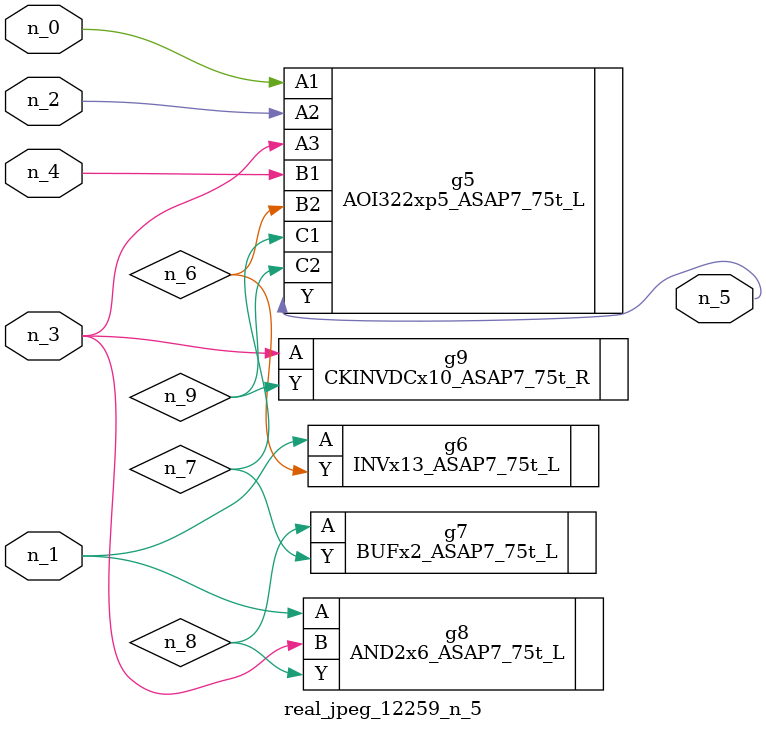
<source format=v>
module real_jpeg_12259_n_5 (n_4, n_0, n_1, n_2, n_3, n_5);

input n_4;
input n_0;
input n_1;
input n_2;
input n_3;

output n_5;

wire n_8;
wire n_6;
wire n_7;
wire n_9;

AOI322xp5_ASAP7_75t_L g5 ( 
.A1(n_0),
.A2(n_2),
.A3(n_3),
.B1(n_4),
.B2(n_6),
.C1(n_7),
.C2(n_9),
.Y(n_5)
);

INVx13_ASAP7_75t_L g6 ( 
.A(n_1),
.Y(n_6)
);

AND2x6_ASAP7_75t_L g8 ( 
.A(n_1),
.B(n_3),
.Y(n_8)
);

CKINVDCx10_ASAP7_75t_R g9 ( 
.A(n_3),
.Y(n_9)
);

BUFx2_ASAP7_75t_L g7 ( 
.A(n_8),
.Y(n_7)
);


endmodule
</source>
